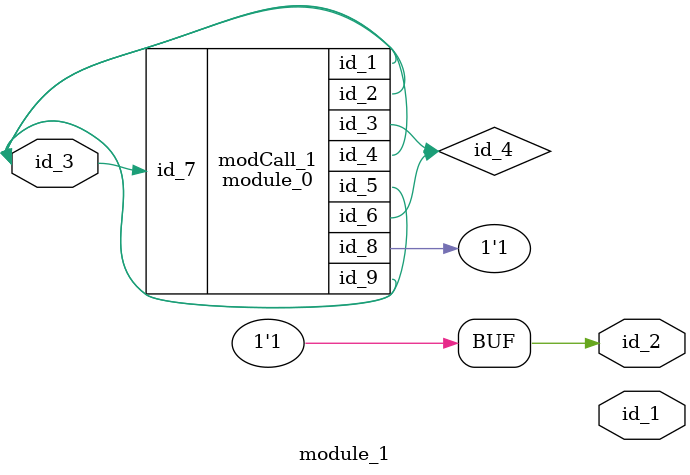
<source format=v>
module module_0 (
    id_1,
    id_2,
    id_3,
    id_4,
    id_5,
    id_6,
    id_7,
    id_8,
    id_9
);
  output wire id_9;
  output wire id_8;
  input wire id_7;
  inout wire id_6;
  inout wire id_5;
  inout wire id_4;
  output wire id_3;
  output wire id_2;
  output wire id_1;
  wire id_10 = id_10;
  wire id_11, id_12;
endmodule
module module_1 (
    id_1,
    id_2,
    id_3
);
  inout wire id_3;
  output wire id_2;
  output wire id_1;
  wire id_4;
  assign id_2 = 1;
  module_0 modCall_1 (
      id_3,
      id_3,
      id_4,
      id_3,
      id_3,
      id_4,
      id_3,
      id_2,
      id_3
  );
  wire id_5, id_6;
endmodule

</source>
